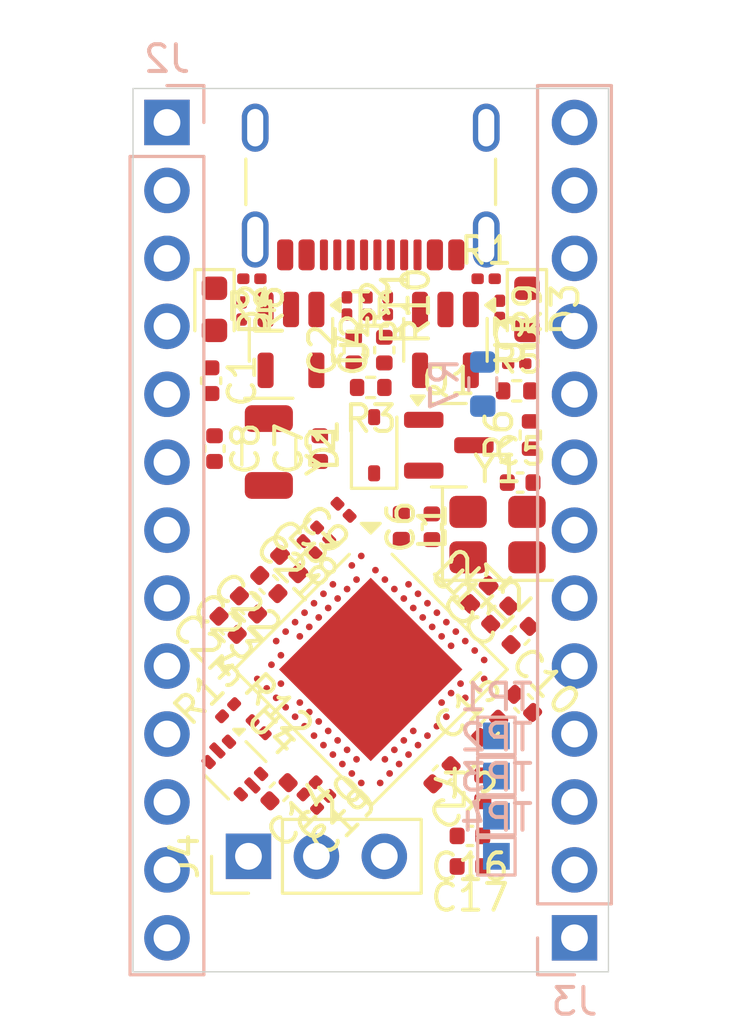
<source format=kicad_pcb>
(kicad_pcb (version 20241229) (generator "pcbnew") (generator_version "9.0")
  (title_block (title "nRF52840 ProMicro"))
  (layers (0 "F.Cu" signal) (2 "B.Cu" signal) (13 "F.Paste" user) (15 "B.Paste" user) (5 "F.SilkS" user "F.Silkscreen") (7 "B.SilkS" user "B.Silkscreen") (1 "F.Mask" user) (3 "B.Mask" user) (25 "Edge.Cuts" user))
  (net 0 "")
  (net 1 "Net-(J1-CC1)")
  (net 2 "VBUS")
  (net 3 "D_N")
  (net 4 "Net-(J1-CC2)")
  (net 6 "GND")
  (net 7 "D_P")
  (net 28 "VBAT")
  (net 29 "D+")
  (net 30 "D-")
  (net 31 "VDDH")
  (net 32 "EXTVCC")
  (net 33 "Net-(U1-XC1)")
  (net 34 "Net-(U1-XC2)")
  (net 35 "Net-(U1-XL1{slash}P0.00)")
  (net 36 "Net-(U1-XL2{slash}P0.01)")
  (net 37 "Net-(U1-DEC1)")
  (net 38 "Net-(U1-DEC3)")
  (net 39 "Net-(U1-DEC4)")
  (net 40 "Net-(U1-DEC5)")
  (net 41 "Net-(U1-DECUSB)")
  (net 42 "Net-(U1-ANT)")
  (net 43 "Net-(AE1-A)")
  (net 44 "VDD")
  (net 45 "Net-(D2-K)")
  (net 46 "Net-(D2-A)")
  (net 47 "Net-(D3-A)")
  (net 48 "P1.04")
  (net 49 "P0.20")
  (net 50 "RXD")
  (net 51 "TXD")
  (net 52 "P0.24")
  (net 53 "P0.17")
  (net 54 "P1.06")
  (net 55 "P1.00")
  (net 56 "P0.11")
  (net 57 "P0.22")
  (net 58 "P1.11")
  (net 59 "P1.13")
  (net 60 "P0.29")
  (net 61 "P0.10")
  (net 62 "P0.31")
  (net 63 "P0.02")
  (net 64 "RESET")
  (net 65 "P0.09")
  (net 66 "P1.15")
  (net 67 "P1.07")
  (net 68 "P1.01")
  (net 69 "P1.02")
  (net 70 "Net-(U1-DCC)")
  (net 71 "Net-(L1-Pad1)")
  (net 72 "Net-(U1-DCCH)")
  (net 73 "POWER_PIN")
  (net 74 "Net-(U3-PROG)")
  (net 75 "Net-(R6-Pad1)")
  (net 76 "BLED")
  (net 77 "Net-(U1-D-)")
  (net 78 "Net-(U1-D+)")
  (net 79 "SWDIO")
  (net 80 "SWCLK")
  (net 81 "P0.26")
  (net 82 "P0.12")
  (net 83 "P0.04")
  (net 84 "SWDCLK")
  (footprint "Resistor_SMD:R_0201_0603Metric" (layer "F.Cu") (at 159.131 88.138 -90)
    (property "Reference" "R2" (at 0 -1.05 90) (layer "F.SilkS"))
    (property "Value" "5k1")
    (pad "1" smd roundrect (at -0.32 0 270) (size 0.46 0.4) (layers "F.Cu" "F.Mask") (net 4 "Net-(J1-CC2)"))
    (pad "2" smd roundrect (at 0.32 0 270) (size 0.46 0.4) (layers "F.Cu" "F.Mask") (net 6 "GND"))
  )
  (footprint "Resistor_SMD:R_0201_0603Metric" (layer "F.Cu") (at 155.194 88.326 -90)
    (property "Reference" "R8" (at 0 -1.05 90) (layer "F.SilkS"))
    (property "Value" "1k")
    (pad "1" smd roundrect (at -0.32 0 270) (size 0.46 0.4) (layers "F.Cu" "F.Mask") (net 46 "Net-(D2-A)"))
    (pad "2" smd roundrect (at 0.32 0 270) (size 0.46 0.4) (layers "F.Cu" "F.Mask") (net 2 "VBUS"))
  )
  (footprint "Capacitor_SMD:C_0402_1005Metric" (layer "F.Cu") (at 163.731 109.093 180)
    (property "Reference" "C17" (at 0 -1.16 0) (layer "F.SilkS"))
    (property "Value" "NC")
    (pad "1" smd roundrect (at -0.48 0 180) (size 0.56 0.62) (layers "F.Cu" "F.Mask" "F.Paste") (net 43 "Net-(AE1-A)"))
    (pad "2" smd roundrect (at 0.48 0 180) (size 0.56 0.62) (layers "F.Cu" "F.Mask" "F.Paste") (net 6 "GND"))
  )
  (footprint "Crystal:Crystal_SMD_G8-2Pin_3.2x1.5mm" (layer "F.Cu") (at 156.21 93.599 -90)
    (property "Reference" "Y2" (at 0 -1.95 90) (layer "F.SilkS"))
    (property "Value" "32.768kHz")
    (pad "1" smd roundrect (at -1.25 0 270) (size 1 1.8) (layers "F.Cu" "F.Mask" "F.Paste") (net 36 "Net-(U1-XL2{slash}P0.01)"))
    (pad "2" smd roundrect (at 1.25 0 270) (size 1 1.8) (layers "F.Cu" "F.Mask" "F.Paste") (net 35 "Net-(U1-XL1{slash}P0.00)"))
  )
  (footprint "Resistor_SMD:R_0402_1005Metric" (layer "F.Cu") (at 165.481 91.313)
    (property "Reference" "R5" (at 0 -1.17 0) (layer "F.SilkS"))
    (property "Value" "10k")
    (pad "1" smd roundrect (at -0.51 0) (size 0.54 0.64) (layers "F.Cu" "F.Mask" "F.Paste") (net 74 "Net-(U3-PROG)"))
    (pad "2" smd roundrect (at 0.51 0) (size 0.54 0.64) (layers "F.Cu" "F.Mask" "F.Paste") (net 6 "GND"))
  )
  (footprint "Capacitor_SMD:C_0402_1005Metric" (layer "F.Cu") (at 164.846 99.695 45)
    (property "Reference" "C11" (at 0 -1.16 45) (layer "F.SilkS"))
    (property "Value" "47n")
    (pad "1" smd roundrect (at -0.48 0 45) (size 0.56 0.62) (layers "F.Cu" "F.Mask" "F.Paste") (net 39 "Net-(U1-DEC4)"))
    (pad "2" smd roundrect (at 0.48 0 45) (size 0.56 0.62) (layers "F.Cu" "F.Mask" "F.Paste") (net 6 "GND"))
  )
  (footprint "Capacitor_SMD:C_0402_1005Metric" (layer "F.Cu") (at 156.591 106.299 -135)
    (property "Reference" "C14" (at 0 -1.16 45) (layer "F.SilkS"))
    (property "Value" "4u7")
    (pad "1" smd roundrect (at -0.48 0 225) (size 0.56 0.62) (layers "F.Cu" "F.Mask" "F.Paste") (net 41 "Net-(U1-DECUSB)"))
    (pad "2" smd roundrect (at 0.48 0 225) (size 0.56 0.62) (layers "F.Cu" "F.Mask" "F.Paste") (net 6 "GND"))
  )
  (footprint "Capacitor_SMD:C_0201_0603Metric" (layer "F.Cu") (at 158.242 96.647 135)
    (property "Reference" "C18" (at 0 -1.05 135) (layer "F.SilkS"))
    (property "Value" "1u")
    (pad "1" smd roundrect (at -0.32 0 135) (size 0.46 0.4) (layers "F.Cu" "F.Mask") (net 44 "VDD"))
    (pad "2" smd roundrect (at 0.32 0 135) (size 0.46 0.4) (layers "F.Cu" "F.Mask") (net 6 "GND"))
  )
  (footprint "Package_DFN_QFN:Nordic_AQFN-73-1EP_7x7mm_P0.5mm" (layer "F.Cu") (at 160.02 101.727 -45)
    (property "Reference" "U1" (at 0 -4.500001 135) (layer "F.SilkS"))
    (property "Value" "nRF52840")
    (pad "A8" smd circle (at -1.25 -3.250001 135) (size 0.25 0.25) (property pad_prop_bga) (layers "F.Cu" "F.Mask" "F.Paste") (net 62 "P0.31"))
    (pad "A10" smd circle (at -0.75 -3.25 135) (size 0.25 0.25) (property pad_prop_bga) (layers "F.Cu" "F.Mask" "F.Paste") (net 60 "P0.29"))
    (pad "A12" smd circle (at -0.25 -3.25 135) (size 0.25 0.25) (property pad_prop_bga) (layers "F.Cu" "F.Mask" "F.Paste") (net 63 "P0.02"))
    (pad "A14" smd circle (at 0.25 -3.25 135) (size 0.25 0.25) (property pad_prop_bga) (layers "F.Cu" "F.Mask" "F.Paste") (net 66 "P1.15"))
    (pad "A16" smd circle (at 0.75 -3.25 135) (size 0.25 0.25) (property pad_prop_bga) (layers "F.Cu" "F.Mask" "F.Paste") (net 59 "P1.13"))
    (pad "A18" smd circle (at 1.25 -3.250001 135) (size 0.25 0.25) (property pad_prop_bga) (layers "F.Cu" "F.Mask" "F.Paste"))
    (pad "A20" smd circle (at 1.75 -3.25 135) (size 0.25 0.25) (property pad_prop_bga) (layers "F.Cu" "F.Mask" "F.Paste"))
    (pad "A22" smd circle (at 2.25 -3.25 135) (size 0.25 0.25) (property pad_prop_bga) (layers "F.Cu" "F.Mask" "F.Paste") (net 44 "VDD"))
    (pad "A23" smd circle (at 2.75 -3.25 135) (size 0.25 0.25) (property pad_prop_bga) (layers "F.Cu" "F.Mask" "F.Paste") (net 34 "Net-(U1-XC2)"))
    (pad "AA24" smd circle (at 3.25 2.25 135) (size 0.25 0.25) (property pad_prop_bga) (layers "F.Cu" "F.Mask" "F.Paste") (net 84 "SWDCLK"))
    (pad "AB2" smd circle (at -2.75 2.5 135) (size 0.25 0.25) (property pad_prop_bga) (layers "F.Cu" "F.Mask" "F.Paste") (net 72 "Net-(U1-DCCH)"))
    (pad "AC5" smd circle (at -2 2.75 135) (size 0.25 0.25) (property pad_prop_bga) (layers "F.Cu" "F.Mask" "F.Paste") (net 41 "Net-(U1-DECUSB)"))
    (pad "AC9" smd circle (at -1 2.75 135) (size 0.25 0.25) (property pad_prop_bga) (layers "F.Cu" "F.Mask" "F.Paste") (net 64 "RESET"))
    (pad "AC11" smd circle (at -0.5 2.75 135) (size 0.25 0.25) (property pad_prop_bga) (layers "F.Cu" "F.Mask" "F.Paste") (net 64 "RESET"))
    (pad "AC13" smd circle (at 0 2.75 135) (size 0.25 0.25) (property pad_prop_bga) (layers "F.Cu" "F.Mask" "F.Paste") (net 64 "RESET"))
    (pad "AC15" smd circle (at 0.5 2.75 135) (size 0.25 0.25) (property pad_prop_bga) (layers "F.Cu" "F.Mask" "F.Paste"))
    (pad "AC17" smd circle (at 1 2.75 135) (size 0.25 0.25) (property pad_prop_bga) (layers "F.Cu" "F.Mask" "F.Paste"))
    (pad "AC19" smd circle (at 1.5 2.75 135) (size 0.25 0.25) (property pad_prop_bga) (layers "F.Cu" "F.Mask" "F.Paste"))
    (pad "AC21" smd circle (at 2 2.75 135) (size 0.25 0.25) (property pad_prop_bga) (layers "F.Cu" "F.Mask" "F.Paste"))
    (pad "AC24" smd circle (at 3.25 2.75 135) (size 0.25 0.25) (property pad_prop_bga) (layers "F.Cu" "F.Mask" "F.Paste") (net 79 "SWDIO"))
    (pad "AD2" smd circle (at -2.75 3.25 135) (size 0.25 0.25) (property pad_prop_bga) (layers "F.Cu" "F.Mask" "F.Paste") (net 2 "VBUS"))
    (pad "AD4" smd circle (at -2.25 3.25 135) (size 0.25 0.25) (property pad_prop_bga) (layers "F.Cu" "F.Mask" "F.Paste") (net 77 "Net-(U1-D-)"))
    (pad "AD6" smd circle (at -1.75 3.25 135) (size 0.25 0.25) (property pad_prop_bga) (layers "F.Cu" "F.Mask" "F.Paste") (net 78 "Net-(U1-D+)"))
    (pad "AD8" smd circle (at -1.25 3.250001 135) (size 0.25 0.25) (property pad_prop_bga) (layers "F.Cu" "F.Mask" "F.Paste") (net 73 "POWER_PIN"))
    (pad "AD10" smd circle (at -0.75 3.25 135) (size 0.25 0.25) (property pad_prop_bga) (layers "F.Cu" "F.Mask" "F.Paste") (net 76 "BLED"))
    (pad "AD12" smd circle (at -0.25 3.25 135) (size 0.25 0.25) (property pad_prop_bga) (layers "F.Cu" "F.Mask" "F.Paste") (net 53 "P0.17"))
    (pad "AD14" smd circle (at 0.25 3.25 135) (size 0.25 0.25) (property pad_prop_bga) (layers "F.Cu" "F.Mask" "F.Paste") (net 44 "VDD"))
    (pad "AD16" smd circle (at 0.75 3.25 135) (size 0.25 0.25) (property pad_prop_bga) (layers "F.Cu" "F.Mask" "F.Paste") (net 49 "P0.20"))
    (pad "AD18" smd circle (at 1.25 3.250001 135) (size 0.25 0.25) (property pad_prop_bga) (layers "F.Cu" "F.Mask" "F.Paste") (net 57 "P0.22"))
    (pad "AD20" smd circle (at 1.75 3.25 135) (size 0.25 0.25) (property pad_prop_bga) (layers "F.Cu" "F.Mask" "F.Paste") (net 52 "P0.24"))
    (pad "AD22" smd circle (at 2.25 3.25 135) (size 0.25 0.25) (property pad_prop_bga) (layers "F.Cu" "F.Mask" "F.Paste") (net 55 "P1.00"))
    (pad "AD23" smd circle (at 2.75 3.25 135) (size 0.25 0.25) (property pad_prop_bga) (layers "F.Cu" "F.Mask" "F.Paste") (net 44 "VDD"))
    (pad "B1" smd circle (at -3.25 -2.75 135) (size 0.25 0.25) (property pad_prop_bga) (layers "F.Cu" "F.Mask" "F.Paste") (net 44 "VDD"))
    (pad "B3" smd circle (at -2.5 -2.75 135) (size 0.25 0.25) (property pad_prop_bga) (layers "F.Cu" "F.Mask" "F.Paste") (net 70 "Net-(U1-DCC)"))
    (pad "B5" smd circle (at -2 -2.75 135) (size 0.25 0.25) (property pad_prop_bga) (layers "F.Cu" "F.Mask" "F.Paste") (net 39 "Net-(U1-DEC4)"))
    (pad "B7" smd circle (at -1.5 -2.75 135) (size 0.25 0.25) (property pad_prop_bga) (layers "F.Cu" "F.Mask" "F.Paste") (net 6 "GND"))
    (pad "B9" smd circle (at -1 -2.75 135) (size 0.25 0.25) (property pad_prop_bga) (layers "F.Cu" "F.Mask" "F.Paste"))
    (pad "B11" smd circle (at -0.5 -2.75 135) (size 0.25 0.25) (property pad_prop_bga) (layers "F.Cu" "F.Mask" "F.Paste"))
    (pad "B13" smd circle (at 0 -2.75 135) (size 0.25 0.25) (property pad_prop_bga) (layers "F.Cu" "F.Mask" "F.Paste"))
    (pad "B15" smd circle (at 0.5 -2.75 135) (size 0.25 0.25) (property pad_prop_bga) (layers "F.Cu" "F.Mask" "F.Paste"))
    (pad "B17" smd circle (at 1 -2.75 135) (size 0.25 0.25) (property pad_prop_bga) (layers "F.Cu" "F.Mask" "F.Paste"))
    (pad "B19" smd circle (at 1.5 -2.75 135) (size 0.25 0.25) (property pad_prop_bga) (layers "F.Cu" "F.Mask" "F.Paste") (net 58 "P1.11"))
    (pad "B24" smd circle (at 3.25 -2.75 135) (size 0.25 0.25) (property pad_prop_bga) (layers "F.Cu" "F.Mask" "F.Paste") (net 33 "Net-(U1-XC1)"))
    (pad "C1" smd circle (at -3.25 -2.25 135) (size 0.25 0.25) (property pad_prop_bga) (layers "F.Cu" "F.Mask" "F.Paste") (net 37 "Net-(U1-DEC1)"))
    (pad "D2" smd circle (at -2.75 -2 135) (size 0.25 0.25) (property pad_prop_bga) (layers "F.Cu" "F.Mask" "F.Paste") (net 35 "Net-(U1-XL1{slash}P0.00)"))
    (pad "D23" smd circle (at 2.75 -2 135) (size 0.25 0.25) (property pad_prop_bga) (layers "F.Cu" "F.Mask" "F.Paste") (net 38 "Net-(U1-DEC3)"))
    (pad "E24" smd circle (at 3.25 -1.75 135) (size 0.25 0.25) (property pad_prop_bga) (layers "F.Cu" "F.Mask" "F.Paste") (net 39 "Net-(U1-DEC4)"))
    (pad "EP" smd rect (at 0 0 135) (size 4.85 4.85) (layers "F.Cu" "F.Mask") (net 6 "GND"))
    (pad "F2" smd circle (at -2.75 -1.5 135) (size 0.25 0.25) (property pad_prop_bga) (layers "F.Cu" "F.Mask" "F.Paste") (net 36 "Net-(U1-XL2{slash}P0.01)"))
    (pad "F23" smd circle (at 2.75 -1.5 135) (size 0.25 0.25) (property pad_prop_bga) (layers "F.Cu" "F.Mask" "F.Paste") (net 6 "GND"))
    (pad "G1" smd circle (at -3.250001 -1.25 135) (size 0.25 0.25) (property pad_prop_bga) (layers "F.Cu" "F.Mask" "F.Paste") (net 81 "P0.26"))
    (pad "H2" smd circle (at -2.75 -1 135) (size 0.25 0.25) (property pad_prop_bga) (layers "F.Cu" "F.Mask" "F.Paste"))
    (pad "H23" smd circle (at 2.75 -1 135) (size 0.25 0.25) (property pad_prop_bga) (layers "F.Cu" "F.Mask" "F.Paste") (net 42 "Net-(U1-ANT)"))
    (pad "J1" smd circle (at -3.25 -0.75 135) (size 0.25 0.25) (property pad_prop_bga) (layers "F.Cu" "F.Mask" "F.Paste") (net 83 "P0.04"))
    (pad "J24" smd circle (at 3.25 -0.75 135) (size 0.25 0.25) (property pad_prop_bga) (layers "F.Cu" "F.Mask" "F.Paste") (net 61 "P0.10"))
    (pad "K2" smd circle (at -2.75 -0.5 135) (size 0.25 0.25) (property pad_prop_bga) (layers "F.Cu" "F.Mask" "F.Paste"))
    (pad "L1" smd circle (at -3.25 -0.25 135) (size 0.25 0.25) (property pad_prop_bga) (layers "F.Cu" "F.Mask" "F.Paste") (net 51 "TXD"))
    (pad "L24" smd circle (at 3.25 -0.25 135) (size 0.25 0.25) (property pad_prop_bga) (layers "F.Cu" "F.Mask" "F.Paste") (net 65 "P0.09"))
    (pad "M2" smd circle (at -2.75 0 135) (size 0.25 0.25) (property pad_prop_bga) (layers "F.Cu" "F.Mask" "F.Paste"))
    (pad "N1" smd circle (at -3.25 0.25 135) (size 0.25 0.25) (property pad_prop_bga) (layers "F.Cu" "F.Mask" "F.Paste") (net 50 "RXD"))
    (pad "N24" smd circle (at 3.25 0.25 135) (size 0.25 0.25) (property pad_prop_bga) (layers "F.Cu" "F.Mask" "F.Paste") (net 40 "Net-(U1-DEC5)"))
    (pad "P2" smd circle (at -2.75 0.5 135) (size 0.25 0.25) (property pad_prop_bga) (layers "F.Cu" "F.Mask" "F.Paste"))
    (pad "P23" smd circle (at 2.75 0.5 135) (size 0.25 0.25) (property pad_prop_bga) (layers "F.Cu" "F.Mask" "F.Paste") (net 67 "P1.07"))
    (pad "R1" smd circle (at -3.25 0.75 135) (size 0.25 0.25) (property pad_prop_bga) (layers "F.Cu" "F.Mask" "F.Paste"))
    (pad "R24" smd circle (at 3.25 0.75 135) (size 0.25 0.25) (property pad_prop_bga) (layers "F.Cu" "F.Mask" "F.Paste") (net 54 "P1.06"))
    (pad "T2" smd circle (at -2.75 1 135) (size 0.25 0.25) (property pad_prop_bga) (layers "F.Cu" "F.Mask" "F.Paste") (net 56 "P0.11"))
    (pad "T23" smd circle (at 2.75 1 135) (size 0.25 0.25) (property pad_prop_bga) (layers "F.Cu" "F.Mask" "F.Paste"))
    (pad "U1" smd circle (at -3.250001 1.25 135) (size 0.25 0.25) (property pad_prop_bga) (layers "F.Cu" "F.Mask" "F.Paste") (net 82 "P0.12"))
    (pad "U24" smd circle (at 3.250001 1.25 135) (size 0.25 0.25) (property pad_prop_bga) (layers "F.Cu" "F.Mask" "F.Paste") (net 48 "P1.04"))
    (pad "V23" smd circle (at 2.75 1.5 135) (size 0.25 0.25) (property pad_prop_bga) (layers "F.Cu" "F.Mask" "F.Paste"))
    (pad "W1" smd circle (at -3.25 1.75 135) (size 0.25 0.25) (property pad_prop_bga) (layers "F.Cu" "F.Mask" "F.Paste") (net 44 "VDD"))
    (pad "W24" smd circle (at 3.25 1.75 135) (size 0.25 0.25) (property pad_prop_bga) (layers "F.Cu" "F.Mask" "F.Paste") (net 69 "P1.02"))
    (pad "Y2" smd circle (at -2.75 2 135) (size 0.25 0.25) (property pad_prop_bga) (layers "F.Cu" "F.Mask" "F.Paste") (net 31 "VDDH"))
    (pad "Y23" smd circle (at 2.75 2 135) (size 0.25 0.25) (property pad_prop_bga) (layers "F.Cu" "F.Mask" "F.Paste") (net 68 "P1.01"))
  )
  (footprint "Resistor_SMD:R_0201_0603Metric" (layer "F.Cu") (at 155.575 87.122 180)
    (property "Reference" "R4" (at 0 -1.05 0) (layer "F.SilkS"))
    (property "Value" "10M")
    (pad "1" smd roundrect (at -0.32 0 180) (size 0.46 0.4) (layers "F.Cu" "F.Mask") (net 31 "VDDH"))
    (pad "2" smd roundrect (at 0.32 0 180) (size 0.46 0.4) (layers "F.Cu" "F.Mask") (net 73 "POWER_PIN"))
  )
  (footprint "Inductor_SMD:L_0402_1005Metric" (layer "F.Cu") (at 156.972 97.79 -45)
    (property "Reference" "L3" (at 0 -1.17 135) (layer "F.SilkS"))
    (property "Value" "3u3")
    (pad "1" smd roundrect (at -0.485 0 315) (size 0.59 0.64) (layers "F.Cu" "F.Mask" "F.Paste") (net 72 "Net-(U1-DCCH)"))
    (pad "2" smd roundrect (at 0.485 0 315) (size 0.59 0.64) (layers "F.Cu" "F.Mask" "F.Paste") (net 44 "VDD"))
  )
  (footprint "Inductor_SMD:L_0402_1005Metric" (layer "F.Cu") (at 164.211 106.172 90)
    (property "Reference" "L4" (at 0 -1.17 90) (layer "F.SilkS"))
    (property "Value" "4n7")
    (pad "1" smd roundrect (at -0.485 0 90) (size 0.59 0.64) (layers "F.Cu" "F.Mask" "F.Paste") (net 43 "Net-(AE1-A)"))
    (pad "2" smd roundrect (at 0.485 0 90) (size 0.59 0.64) (layers "F.Cu" "F.Mask" "F.Paste") (net 42 "Net-(U1-ANT)"))
  )
  (footprint "Capacitor_SMD:C_0402_1005Metric" (layer "F.Cu") (at 162.306 96.393 90)
    (property "Reference" "C6" (at 0 -1.16 90) (layer "F.SilkS"))
    (property "Value" "15p")
    (pad "1" smd roundrect (at -0.48 0 90) (size 0.56 0.62) (layers "F.Cu" "F.Mask" "F.Paste") (net 34 "Net-(U1-XC2)"))
    (pad "2" smd roundrect (at 0.48 0 90) (size 0.56 0.62) (layers "F.Cu" "F.Mask" "F.Paste") (net 6 "GND"))
  )
  (footprint "Capacitor_SMD:C_0201_0603Metric" (layer "F.Cu") (at 165.481 90.297)
    (property "Reference" "C3" (at 0 -1.05 0) (layer "F.SilkS"))
    (property "Value" "100n")
    (pad "1" smd roundrect (at -0.32 0) (size 0.46 0.4) (layers "F.Cu" "F.Mask") (net 28 "VBAT"))
    (pad "2" smd roundrect (at 0.32 0) (size 0.46 0.4) (layers "F.Cu" "F.Mask") (net 6 "GND"))
  )
  (footprint "Inductor_SMD:L_0402_1005Metric" (layer "F.Cu") (at 164.084 98.933 45)
    (property "Reference" "L2" (at 0 -1.17 45) (layer "F.SilkS"))
    (property "Value" "15n")
    (pad "1" smd roundrect (at -0.485 0 45) (size 0.59 0.64) (layers "F.Cu" "F.Mask" "F.Paste") (net 39 "Net-(U1-DEC4)"))
    (pad "2" smd roundrect (at 0.485 0 45) (size 0.59 0.64) (layers "F.Cu" "F.Mask" "F.Paste") (net 71 "Net-(L1-Pad1)"))
  )
  (footprint "Resistor_SMD:R_0201_0603Metric" (layer "F.Cu") (at 164.338 87.122)
    (property "Reference" "R1" (at 0 -1.05 0) (layer "F.SilkS"))
    (property "Value" "5k1")
    (pad "1" smd roundrect (at -0.32 0) (size 0.46 0.4) (layers "F.Cu" "F.Mask") (net 1 "Net-(J1-CC1)"))
    (pad "2" smd roundrect (at 0.32 0) (size 0.46 0.4) (layers "F.Cu" "F.Mask") (net 6 "GND"))
  )
  (footprint "Resistor_SMD:R_0201_0603Metric" (layer "F.Cu") (at 154.686 103.251 45)
    (property "Reference" "R13" (at 0 -1.05 45) (layer "F.SilkS"))
    (property "Value" "27R")
    (pad "1" smd roundrect (at -0.32 0 45) (size 0.46 0.4) (layers "F.Cu" "F.Mask") (net 30 "D-"))
    (pad "2" smd roundrect (at 0.32 0 45) (size 0.46 0.4) (layers "F.Cu" "F.Mask") (net 78 "Net-(U1-D+)"))
  )
  (footprint "LED_SMD:LED_0603_1608Metric" (layer "F.Cu") (at 154.178 88.265 -90)
    (property "Reference" "D2" (at 0 -1.43 90) (layer "F.SilkS"))
    (property "Value" "LED")
    (pad "1" smd roundrect (at -0.7875 0 270) (size 0.875 0.95) (layers "F.Cu" "F.Mask" "F.Paste") (net 45 "Net-(D2-K)"))
    (pad "2" smd roundrect (at 0.7875 0 270) (size 0.875 0.95) (layers "F.Cu" "F.Mask" "F.Paste") (net 46 "Net-(D2-A)"))
  )
  (footprint "Resistor_SMD:R_0201_0603Metric" (layer "F.Cu") (at 159.893 88.138 -90)
    (property "Reference" "R11" (at 0 -1.05 90) (layer "F.SilkS"))
    (property "Value" "R")
    (pad "1" smd roundrect (at -0.32 0 270) (size 0.46 0.4) (layers "F.Cu" "F.Mask") (net 52 "P0.24"))
    (pad "2" smd roundrect (at 0.32 0 270) (size 0.46 0.4) (layers "F.Cu" "F.Mask") (net 6 "GND"))
  )
  (footprint "Connector_USB:USB_C_Receptacle_GCT_USB4105-xx-A_16P_TopMnt_Horizontal" (layer "F.Cu") (at 160.02 82.55 180)
    (property "Reference" "J1" (at 0 -5.5 180) (layer "F.SilkS"))
    (property "Value" "918-418K2024S40000")
    (pad "" np_thru_hole circle (at -2.89 -2.605 180) (size 0.65 0.65) (drill 0.65) (layers "*.Cu" "*.Mask"))
    (pad "" np_thru_hole circle (at 2.89 -2.605 180) (size 0.65 0.65) (drill 0.65) (layers "*.Cu" "*.Mask"))
    (pad "A1" smd roundrect (at -3.2 -3.68 180) (size 0.6 1.15) (layers "F.Cu" "F.Mask" "F.Paste") (net 6 "GND"))
    (pad "A4" smd roundrect (at -2.4 -3.68 180) (size 0.6 1.15) (layers "F.Cu" "F.Mask" "F.Paste") (net 2 "VBUS"))
    (pad "A5" smd roundrect (at -1.25 -3.68 180) (size 0.3 1.15) (layers "F.Cu" "F.Mask" "F.Paste") (net 1 "Net-(J1-CC1)"))
    (pad "A6" smd roundrect (at -0.25 -3.68 180) (size 0.3 1.15) (layers "F.Cu" "F.Mask" "F.Paste") (net 7 "D_P"))
    (pad "A7" smd roundrect (at 0.25 -3.68 180) (size 0.3 1.15) (layers "F.Cu" "F.Mask" "F.Paste") (net 3 "D_N"))
    (pad "A8" smd roundrect (at 1.25 -3.68 180) (size 0.3 1.15) (layers "F.Cu" "F.Mask" "F.Paste"))
    (pad "A9" smd roundrect (at 2.4 -3.68 180) (size 0.6 1.15) (layers "F.Cu" "F.Mask" "F.Paste") (net 2 "VBUS"))
    (pad "A12" smd roundrect (at 3.2 -3.68 180) (size 0.6 1.15) (layers "F.Cu" "F.Mask" "F.Paste") (net 6 "GND"))
    (pad "B1" smd roundrect (at 3.2 -3.68 180) (size 0.6 1.15) (layers "F.Cu" "F.Mask" "F.Paste") (net 6 "GND"))
    (pad "B4" smd roundrect (at 2.4 -3.68 180) (size 0.6 1.15) (layers "F.Cu" "F.Mask" "F.Paste") (net 2 "VBUS"))
    (pad "B5" smd roundrect (at 1.75 -3.68 180) (size 0.3 1.15) (layers "F.Cu" "F.Mask" "F.Paste") (net 4 "Net-(J1-CC2)"))
    (pad "B6" smd roundrect (at 0.75 -3.68 180) (size 0.3 1.15) (layers "F.Cu" "F.Mask" "F.Paste") (net 7 "D_P"))
    (pad "B7" smd roundrect (at -0.75 -3.68 180) (size 0.3 1.15) (layers "F.Cu" "F.Mask" "F.Paste") (net 3 "D_N"))
    (pad "B8" smd roundrect (at -1.75 -3.68 180) (size 0.3 1.15) (layers "F.Cu" "F.Mask" "F.Paste"))
    (pad "B9" smd roundrect (at -2.4 -3.68 180) (size 0.6 1.15) (layers "F.Cu" "F.Mask" "F.Paste") (net 2 "VBUS"))
    (pad "B12" smd roundrect (at -3.2 -3.68 180) (size 0.6 1.15) (layers "F.Cu" "F.Mask" "F.Paste") (net 6 "GND"))
    (pad "S1" thru_hole oval (at -4.32 -3.105 180) (size 1 2.1) (drill oval 0.6 1.7) (property pad_prop_heatsink) (layers "*.Cu" "*.Mask" "F.Paste") (net 6 "GND"))
    (pad "S1" thru_hole oval (at -4.32 1.075 180) (size 1 1.8) (drill oval 0.6 1.4) (property pad_prop_heatsink) (layers "*.Cu" "*.Mask" "F.Paste") (net 6 "GND"))
    (pad "S1" thru_hole oval (at 4.32 -3.105 180) (size 1 2.1) (drill oval 0.6 1.7) (property pad_prop_heatsink) (layers "*.Cu" "*.Mask" "F.Paste") (net 6 "GND"))
    (pad "S1" thru_hole oval (at 4.32 1.075 180) (size 1 1.8) (drill oval 0.6 1.4) (property pad_prop_heatsink) (layers "*.Cu" "*.Mask" "F.Paste") (net 6 "GND"))
  )
  (footprint "Capacitor_SMD:C_0201_0603Metric" (layer "F.Cu") (at 157.734 106.172 -135)
    (property "Reference" "C20" (at 0 -1.05 45) (layer "F.SilkS"))
    (property "Value" "100n")
    (pad "1" smd roundrect (at -0.32 0 225) (size 0.46 0.4) (layers "F.Cu" "F.Mask") (net 44 "VDD"))
    (pad "2" smd roundrect (at 0.32 0 225) (size 0.46 0.4) (layers "F.Cu" "F.Mask") (net 6 "GND"))
  )
  (footprint "Diode_SMD:D_SOD-323" (layer "F.Cu") (at 160.147 93.345 90)
    (property "Reference" "D1" (at 0 -1.85 90) (layer "F.SilkS"))
    (property "Value" "BAT60B")
    (pad "1" smd roundrect (at -1.05 0 90) (size 0.6 0.45) (layers "F.Cu" "F.Mask" "F.Paste") (net 31 "VDDH"))
    (pad "2" smd roundrect (at 1.05 0 90) (size 0.6 0.45) (layers "F.Cu" "F.Mask" "F.Paste") (net 2 "VBUS"))
  )
  (footprint "Capacitor_SMD:C_0402_1005Metric" (layer "F.Cu") (at 165.608 94.742)
    (property "Reference" "C5" (at 0 -1.16 0) (layer "F.SilkS"))
    (property "Value" "15p")
    (pad "1" smd roundrect (at -0.48 0) (size 0.56 0.62) (layers "F.Cu" "F.Mask" "F.Paste") (net 6 "GND"))
    (pad "2" smd roundrect (at 0.48 0) (size 0.56 0.62) (layers "F.Cu" "F.Mask" "F.Paste") (net 33 "Net-(U1-XC1)"))
  )
  (footprint "Capacitor_SMD:C_0402_1005Metric" (layer "F.Cu") (at 156.21 98.552 135)
    (property "Reference" "C22" (at 0 -1.16 135) (layer "F.SilkS"))
    (property "Value" "4u7")
    (pad "1" smd roundrect (at -0.48 0 135) (size 0.56 0.62) (layers "F.Cu" "F.Mask" "F.Paste") (net 44 "VDD"))
    (pad "2" smd roundrect (at 0.48 0 135) (size 0.56 0.62) (layers "F.Cu" "F.Mask" "F.Paste") (net 6 "GND"))
  )
  (footprint "Capacitor_SMD:C_0402_1005Metric" (layer "F.Cu") (at 159.385 89.789 90)
    (property "Reference" "C2" (at 0 -1.16 90) (layer "F.SilkS"))
    (property "Value" "10u")
    (pad "1" smd roundrect (at -0.48 0 90) (size 0.56 0.62) (layers "F.Cu" "F.Mask" "F.Paste") (net 32 "EXTVCC"))
    (pad "2" smd roundrect (at 0.48 0 90) (size 0.56 0.62) (layers "F.Cu" "F.Mask" "F.Paste") (net 6 "GND"))
  )
  (footprint "Crystal:Crystal_SMD_3225-4Pin_3.2x2.5mm" (layer "F.Cu") (at 164.762 96.686)
    (property "Reference" "Y1" (at 0 -2.45 0) (layer "F.SilkS"))
    (property "Value" "32 MHz")
    (pad "1" smd roundrect (at -1.1 0.85) (size 1.4 1.2) (layers "F.Cu" "F.Mask" "F.Paste") (roundrect_rratio 0.208333) (net 34 "Net-(U1-XC2)"))
    (pad "2" smd roundrect (at 1.1 0.85) (size 1.4 1.2) (layers "F.Cu" "F.Mask" "F.Paste") (roundrect_rratio 0.208333) (net 6 "GND"))
    (pad "3" smd roundrect (at 1.1 -0.85) (size 1.4 1.2) (layers "F.Cu" "F.Mask" "F.Paste") (roundrect_rratio 0.208333) (net 33 "Net-(U1-XC1)"))
    (pad "4" smd roundrect (at -1.1 -0.85) (size 1.4 1.2) (layers "F.Cu" "F.Mask" "F.Paste") (roundrect_rratio 0.208333) (net 6 "GND"))
  )
  (footprint "Capacitor_SMD:C_0402_1005Metric" (layer "F.Cu") (at 164.465 103.927589 45)
    (property "Reference" "C15" (at 0 -1.16 45) (layer "F.SilkS"))
    (property "Value" "0p8")
    (pad "1" smd roundrect (at -0.48 0 45) (size 0.56 0.62) (layers "F.Cu" "F.Mask" "F.Paste") (net 42 "Net-(U1-ANT)"))
    (pad "2" smd roundrect (at 0.48 0 45) (size 0.56 0.62) (layers "F.Cu" "F.Mask" "F.Paste") (net 6 "GND"))
  )
  (footprint "Capacitor_SMD:C_0402_1005Metric" (layer "F.Cu") (at 162.687 105.664 -135)
    (property "Reference" "C13" (at 0 -1.16 45) (layer "F.SilkS"))
    (property "Value" "820p")
    (pad "1" smd roundrect (at -0.48 0 225) (size 0.56 0.62) (layers "F.Cu" "F.Mask" "F.Paste") (net 40 "Net-(U1-DEC5)"))
    (pad "2" smd roundrect (at 0.48 0 225) (size 0.56 0.62) (layers "F.Cu" "F.Mask" "F.Paste") (net 6 "GND"))
  )
  (footprint "Package_TO_SOT_SMD:SOT-23-5" (layer "F.Cu") (at 157.038 89.408 -90)
    (property "Reference" "U2" (at 0 -2.4 90) (layer "F.SilkS"))
    (property "Value" "ME6217")
    (pad "1" smd roundrect (at -1.1375 -0.95 270) (size 1.325 0.6) (layers "F.Cu" "F.Mask" "F.Paste") (net 31 "VDDH"))
    (pad "2" smd roundrect (at -1.1375 0 270) (size 1.325 0.6) (layers "F.Cu" "F.Mask" "F.Paste") (net 6 "GND"))
    (pad "3" smd roundrect (at -1.1375 0.95 270) (size 1.325 0.6) (layers "F.Cu" "F.Mask" "F.Paste") (net 73 "POWER_PIN"))
    (pad "4" smd roundrect (at 1.1375 0.95 270) (size 1.325 0.6) (layers "F.Cu" "F.Mask" "F.Paste"))
    (pad "5" smd roundrect (at 1.1375 -0.95 270) (size 1.325 0.6) (layers "F.Cu" "F.Mask" "F.Paste") (net 32 "EXTVCC"))
  )
  (footprint "Capacitor_SMD:C_0402_1005Metric" (layer "F.Cu") (at 165.608 100.457 45)
    (property "Reference" "C12" (at 0 -1.16 45) (layer "F.SilkS"))
    (property "Value" "1u")
    (pad "1" smd roundrect (at -0.48 0 45) (size 0.56 0.62) (layers "F.Cu" "F.Mask" "F.Paste") (net 39 "Net-(U1-DEC4)"))
    (pad "2" smd roundrect (at 0.48 0 45) (size 0.56 0.62) (layers "F.Cu" "F.Mask" "F.Paste") (net 6 "GND"))
  )
  (footprint "Resistor_SMD:R_0201_0603Metric" (layer "F.Cu") (at 155.829 103.886 -45)
    (property "Reference" "R12" (at 0 -1.05 135) (layer "F.SilkS"))
    (property "Value" "27R")
    (pad "1" smd roundrect (at -0.32 0 315) (size 0.46 0.4) (layers "F.Cu" "F.Mask") (net 77 "Net-(U1-D-)"))
    (pad "2" smd roundrect (at 0.32 0 315) (size 0.46 0.4) (layers "F.Cu" "F.Mask") (net 29 "D+"))
  )
  (footprint "Connector_PinHeader_2.54mm:PinHeader_1x03_P2.54mm_Vertical" (layer "F.Cu") (at 155.448 108.712 90)
    (property "Reference" "J4" (at 0 -2.38 90) (layer "F.SilkS"))
    (property "Value" "Conn_01x03_Pin")
    (pad "1" thru_hole rect (at 0 0 90) (size 1.7 1.7) (drill 1) (layers "*.Cu" "*.Mask") (net 68 "P1.01"))
    (pad "2" thru_hole circle (at 0 2.54 90) (size 1.7 1.7) (drill 1) (layers "*.Cu" "*.Mask") (net 69 "P1.02"))
    (pad "3" thru_hole circle (at 0 5.08 90) (size 1.7 1.7) (drill 1) (layers "*.Cu" "*.Mask") (net 67 "P1.07"))
  )
  (footprint "Resistor_SMD:R_0201_0603Metric" (layer "F.Cu") (at 160.655 88.138 -90)
    (property "Reference" "R10" (at 0 -1.05 90) (layer "F.SilkS"))
    (property "Value" "R")
    (pad "1" smd roundrect (at -0.32 0 270) (size 0.46 0.4) (layers "F.Cu" "F.Mask") (net 28 "VBAT"))
    (pad "2" smd roundrect (at 0.32 0 270) (size 0.46 0.4) (layers "F.Cu" "F.Mask") (net 52 "P0.24"))
  )
  (footprint "Resistor_SMD:R_0201_0603Metric" (layer "F.Cu") (at 164.846 88.265 -90)
    (property "Reference" "R9" (at 0 -1.05 90) (layer "F.SilkS"))
    (property "Value" "R")
    (pad "1" smd roundrect (at -0.32 0 270) (size 0.46 0.4) (layers "F.Cu" "F.Mask") (net 76 "BLED"))
    (pad "2" smd roundrect (at 0.32 0 270) (size 0.46 0.4) (layers "F.Cu" "F.Mask") (net 47 "Net-(D3-A)"))
  )
  (footprint "Capacitor_SMD:C_0201_0603Metric" (layer "F.Cu") (at 159.004 95.758 135)
    (property "Reference" "C9" (at 0 -1.05 135) (layer "F.SilkS"))
    (property "Value" "100n")
    (pad "1" smd roundrect (at -0.32 0 135) (size 0.46 0.4) (layers "F.Cu" "F.Mask") (net 37 "Net-(U1-DEC1)"))
    (pad "2" smd roundrect (at 0.32 0 135) (size 0.46 0.4) (layers "F.Cu" "F.Mask") (net 6 "GND"))
  )
  (footprint "Resistor_SMD:R_0402_1005Metric" (layer "F.Cu") (at 165.989 92.964 90)
    (property "Reference" "R6" (at 0 -1.17 90) (layer "F.SilkS"))
    (property "Value" "2k")
    (pad "1" smd roundrect (at -0.51 0 90) (size 0.54 0.64) (layers "F.Cu" "F.Mask" "F.Paste") (net 75 "Net-(R6-Pad1)"))
    (pad "2" smd roundrect (at 0.51 0 90) (size 0.54 0.64) (layers "F.Cu" "F.Mask" "F.Paste") (net 6 "GND"))
  )
  (footprint "Package_TO_SOT_SMD:TSOT-23-5" (layer "F.Cu") (at 162.814 89.408 -90)
    (property "Reference" "U3" (at 0 -2.4 90) (layer "F.SilkS"))
    (property "Value" "TP4054")
    (pad "1" smd roundrect (at -1.1375 -0.95 270) (size 1.325 0.6) (layers "F.Cu" "F.Mask" "F.Paste") (net 45 "Net-(D2-K)"))
    (pad "2" smd roundrect (at -1.1375 0 270) (size 1.325 0.6) (layers "F.Cu" "F.Mask" "F.Paste") (net 6 "GND"))
    (pad "3" smd roundrect (at -1.1375 0.95 270) (size 1.325 0.6) (layers "F.Cu" "F.Mask" "F.Paste") (net 28 "VBAT"))
    (pad "4" smd roundrect (at 1.1375 0.95 270) (size 1.325 0.6) (layers "F.Cu" "F.Mask" "F.Paste") (net 2 "VBUS"))
    (pad "5" smd roundrect (at 1.1375 -0.95 270) (size 1.325 0.6) (layers "F.Cu" "F.Mask" "F.Paste") (net 74 "Net-(U3-PROG)"))
  )
  (footprint "Capacitor_SMD:C_0201_0603Metric" (layer "F.Cu") (at 157.734 97.155 135)
    (property "Reference" "C21" (at 0 -1.05 135) (layer "F.SilkS"))
    (property "Value" "100n")
    (pad "1" smd roundrect (at -0.32 0 135) (size 0.46 0.4) (layers "F.Cu" "F.Mask") (net 44 "VDD"))
    (pad "2" smd roundrect (at 0.32 0 135) (size 0.46 0.4) (layers "F.Cu" "F.Mask") (net 6 "GND"))
  )
  (footprint "Inductor_SMD:L_0402_1005Metric" (layer "F.Cu") (at 161.163 96.393 -90)
    (property "Reference" "L1" (at 0 -1.17 90) (layer "F.SilkS"))
    (property "Value" "10u")
    (pad "1" smd roundrect (at -0.485 0 270) (size 0.59 0.64) (layers "F.Cu" "F.Mask" "F.Paste") (net 71 "Net-(L1-Pad1)"))
    (pad "2" smd roundrect (at 0.485 0 270) (size 0.59 0.64) (layers "F.Cu" "F.Mask" "F.Paste") (net 70 "Net-(U1-DCC)"))
  )
  (footprint "Resistor_SMD:R_0402_1005Metric" (layer "F.Cu") (at 160.02 91.186 180)
    (property "Reference" "R3" (at 0 -1.17 0) (layer "F.SilkS"))
    (property "Value" "100k")
    (pad "1" smd roundrect (at -0.509999 0 180) (size 0.54 0.64) (layers "F.Cu" "F.Mask" "F.Paste") (net 2 "VBUS"))
    (pad "2" smd roundrect (at 0.509999 0 180) (size 0.54 0.64) (layers "F.Cu" "F.Mask" "F.Paste") (net 6 "GND"))
  )
  (footprint "Capacitor_SMD:C_0402_1005Metric" (layer "F.Cu") (at 155.448 99.314 135)
    (property "Reference" "C23" (at 0 -1.16 135) (layer "F.SilkS"))
    (property "Value" "4u7")
    (pad "1" smd roundrect (at -0.48 0 135) (size 0.56 0.62) (layers "F.Cu" "F.Mask" "F.Paste") (net 31 "VDDH"))
    (pad "2" smd roundrect (at 0.48 0 135) (size 0.56 0.62) (layers "F.Cu" "F.Mask" "F.Paste") (net 6 "GND"))
  )
  (footprint "Capacitor_SMD:C_0402_1005Metric" (layer "F.Cu") (at 154.051 90.932 -90)
    (property "Reference" "C1" (at 0 -1.16 90) (layer "F.SilkS"))
    (property "Value" "10u")
    (pad "1" smd roundrect (at -0.48 0 270) (size 0.56 0.62) (layers "F.Cu" "F.Mask" "F.Paste") (net 31 "VDDH"))
    (pad "2" smd roundrect (at 0.48 0 270) (size 0.56 0.62) (layers "F.Cu" "F.Mask" "F.Paste") (net 6 "GND"))
  )
  (footprint "Package_TO_SOT_SMD:SOT-23" (layer "F.Cu") (at 162.941 93.345)
    (property "Reference" "Q1" (at 0 -2.4 0) (layer "F.SilkS"))
    (property "Value" "AO3401A")
    (pad "1" smd roundrect (at -0.9375 -0.95) (size 1.475 0.6) (layers "F.Cu" "F.Mask" "F.Paste") (net 2 "VBUS"))
    (pad "2" smd roundrect (at -0.9375 0.95) (size 1.475 0.6) (layers "F.Cu" "F.Mask" "F.Paste") (net 31 "VDDH"))
    (pad "3" smd roundrect (at 0.9375 0) (size 1.475 0.6) (layers "F.Cu" "F.Mask" "F.Paste") (net 28 "VBAT"))
  )
  (footprint "Capacitor_SMD:C_0402_1005Metric" (layer "F.Cu") (at 154.178 93.472 -90)
    (property "Reference" "C8" (at 0 -1.16 90) (layer "F.SilkS"))
    (property "Value" "12p")
    (pad "1" smd roundrect (at -0.48 0 270) (size 0.56 0.62) (layers "F.Cu" "F.Mask" "F.Paste") (net 36 "Net-(U1-XL2{slash}P0.01)"))
    (pad "2" smd roundrect (at 0.48 0 270) (size 0.56 0.62) (layers "F.Cu" "F.Mask" "F.Paste") (net 6 "GND"))
  )
  (footprint "Capacitor_SMD:C_0402_1005Metric" (layer "F.Cu") (at 165.735 102.997 -45)
    (property "Reference" "C10" (at 0 -1.16 135) (layer "F.SilkS"))
    (property "Value" "100p")
    (pad "1" smd roundrect (at -0.48 0 315) (size 0.56 0.62) (layers "F.Cu" "F.Mask" "F.Paste") (net 38 "Net-(U1-DEC3)"))
    (pad "2" smd roundrect (at 0.48 0 315) (size 0.56 0.62) (layers "F.Cu" "F.Mask" "F.Paste") (net 6 "GND"))
  )
  (footprint "Capacitor_SMD:C_0402_1005Metric" (layer "F.Cu") (at 158.115 93.472 90)
    (property "Reference" "C7" (at 0 -1.16 90) (layer "F.SilkS"))
    (property "Value" "12p")
    (pad "1" smd roundrect (at -0.48 0 90) (size 0.56 0.62) (layers "F.Cu" "F.Mask" "F.Paste") (net 35 "Net-(U1-XL1{slash}P0.00)"))
    (pad "2" smd roundrect (at 0.48 0 90) (size 0.56 0.62) (layers "F.Cu" "F.Mask" "F.Paste") (net 6 "GND"))
  )
  (footprint "Package_TO_SOT_SMD:SOT-666" (layer "F.Cu") (at 154.94 105.41 -45)
    (property "Reference" "U4" (at 0 -2.000001 135) (layer "F.SilkS"))
    (property "Value" "USBLC6-2P6")
    (pad "1" smd roundrect (at -0.85 -0.5375 315) (size 0.5 0.375) (layers "F.Cu" "F.Mask" "F.Paste") (net 29 "D+"))
    (pad "2" smd roundrect (at -0.925 0 315) (size 0.65 0.3) (layers "F.Cu" "F.Mask" "F.Paste") (net 6 "GND"))
    (pad "3" smd roundrect (at -0.85 0.5375 315) (size 0.5 0.375) (layers "F.Cu" "F.Mask" "F.Paste") (net 30 "D-"))
    (pad "4" smd roundrect (at 0.85 0.5375 315) (size 0.5 0.375) (layers "F.Cu" "F.Mask" "F.Paste") (net 3 "D_N"))
    (pad "5" smd roundrect (at 0.925 0 315) (size 0.65 0.3) (layers "F.Cu" "F.Mask" "F.Paste") (net 2 "VBUS"))
    (pad "6" smd roundrect (at 0.85 -0.5375 315) (size 0.5 0.375) (layers "F.Cu" "F.Mask" "F.Paste") (net 7 "D_P"))
  )
  (footprint "LED_SMD:LED_0603_1608Metric" (layer "F.Cu") (at 165.862 88.265 -90)
    (property "Reference" "D3" (at 0 -1.43 90) (layer "F.SilkS"))
    (property "Value" "LED")
    (pad "1" smd roundrect (at -0.7875 0 270) (size 0.875 0.95) (layers "F.Cu" "F.Mask" "F.Paste") (net 6 "GND"))
    (pad "2" smd roundrect (at 0.7875 0 270) (size 0.875 0.95) (layers "F.Cu" "F.Mask" "F.Paste") (net 47 "Net-(D3-A)"))
  )
  (footprint "Capacitor_SMD:C_0402_1005Metric" (layer "F.Cu") (at 160.528 89.789 90)
    (property "Reference" "C4" (at 0 -1.16 90) (layer "F.SilkS"))
    (property "Value" "10u")
    (pad "1" smd roundrect (at -0.48 0 90) (size 0.56 0.62) (layers "F.Cu" "F.Mask" "F.Paste") (net 28 "VBAT"))
    (pad "2" smd roundrect (at 0.48 0 90) (size 0.56 0.62) (layers "F.Cu" "F.Mask" "F.Paste") (net 6 "GND"))
  )
  (footprint "Capacitor_SMD:C_0402_1005Metric" (layer "F.Cu") (at 163.731 107.95 180)
    (property "Reference" "C16" (at 0 -1.16 0) (layer "F.SilkS"))
    (property "Value" "0p5")
    (pad "1" smd roundrect (at -0.48 0 180) (size 0.56 0.62) (layers "F.Cu" "F.Mask" "F.Paste") (net 43 "Net-(AE1-A)"))
    (pad "2" smd roundrect (at 0.48 0 180) (size 0.56 0.62) (layers "F.Cu" "F.Mask" "F.Paste") (net 6 "GND"))
  )
  (footprint "Capacitor_SMD:C_0402_1005Metric" (layer "F.Cu") (at 154.686 100.076 135)
    (property "Reference" "C24" (at 0 -1.16 135) (layer "F.SilkS"))
    (property "Value" "4u7")
    (pad "1" smd roundrect (at -0.48 0 135) (size 0.56 0.62) (layers "F.Cu" "F.Mask" "F.Paste") (net 2 "VBUS"))
    (pad "2" smd roundrect (at 0.48 0 135) (size 0.56 0.62) (layers "F.Cu" "F.Mask" "F.Paste") (net 6 "GND"))
  )
  (footprint "Capacitor_SMD:C_0201_0603Metric" (layer "F.Cu") (at 158.242 106.68 -135)
    (property "Reference" "C19" (at 0 -1.05 45) (layer "F.SilkS"))
    (property "Value" "100n")
    (pad "1" smd roundrect (at -0.32 0 225) (size 0.46 0.4) (layers "F.Cu" "F.Mask") (net 44 "VDD"))
    (pad "2" smd roundrect (at 0.32 0 225) (size 0.46 0.4) (layers "F.Cu" "F.Mask") (net 6 "GND"))
  )
  (footprint "Resistor_SMD:R_0603_1608Metric" (layer "B.Cu") (at 164.211 91.059 -90)
    (property "Reference" "R7" (at 0 1.43 90) (layer "B.SilkS") (effects (justify mirror)))
    (property "Value" "0R")
    (pad "1" smd roundrect (at -0.825 0 270) (size 0.8 0.95) (layers "B.Cu" "B.Mask" "B.Paste") (net 74 "Net-(U3-PROG)"))
    (pad "2" smd roundrect (at 0.825 0 270) (size 0.8 0.95) (layers "B.Cu" "B.Mask" "B.Paste") (net 75 "Net-(R6-Pad1)"))
  )
  (footprint "TestPoint:TestPoint_Pad_1.0x1.0mm" (layer "B.Cu") (at 164.719 108.712 180)
    (property "Reference" "TP4" (at 0 1.448 0) (layer "B.SilkS") (effects (justify mirror)))
    (property "Value" "TestPoint")
    (pad "1" smd rect (at 0 0 180) (size 1 1) (layers "B.Cu" "B.Mask") (net 6 "GND"))
  )
  (footprint "Connector_PinHeader_2.54mm:PinHeader_1x13_P2.54mm_Vertical" (layer "B.Cu") (at 152.4 81.28 180)
    (property "Reference" "J2" (at 0 2.38 0) (layer "B.SilkS") (effects (justify mirror)))
    (property "Value" "Conn_01x13_Pin")
    (pad "1" thru_hole rect (at 0 0 180) (size 1.7 1.7) (drill 1) (layers "*.Cu" "*.Mask") (net 6 "GND"))
    (pad "2" thru_hole circle (at 0 -2.54 180) (size 1.7 1.7) (drill 1) (layers "*.Cu" "*.Mask") (net 51 "TXD"))
    (pad "3" thru_hole circle (at 0 -5.08 180) (size 1.7 1.7) (drill 1) (layers "*.Cu" "*.Mask") (net 50 "RXD"))
    (pad "4" thru_hole circle (at 0 -7.62 180) (size 1.7 1.7) (drill 1) (layers "*.Cu" "*.Mask") (net 6 "GND"))
    (pad "5" thru_hole circle (at 0 -10.16 180) (size 1.7 1.7) (drill 1) (layers "*.Cu" "*.Mask") (net 6 "GND"))
    (pad "6" thru_hole circle (at 0 -12.7 180) (size 1.7 1.7) (drill 1) (layers "*.Cu" "*.Mask") (net 53 "P0.17"))
    (pad "7" thru_hole circle (at 0 -15.24 180) (size 1.7 1.7) (drill 1) (layers "*.Cu" "*.Mask") (net 49 "P0.20"))
    (pad "8" thru_hole circle (at 0 -17.78 180) (size 1.7 1.7) (drill 1) (layers "*.Cu" "*.Mask") (net 57 "P0.22"))
    (pad "9" thru_hole circle (at 0 -20.32 180) (size 1.7 1.7) (drill 1) (layers "*.Cu" "*.Mask") (net 52 "P0.24"))
    (pad "10" thru_hole circle (at 0 -22.86 180) (size 1.7 1.7) (drill 1) (layers "*.Cu" "*.Mask") (net 55 "P1.00"))
    (pad "11" thru_hole circle (at 0 -25.4 180) (size 1.7 1.7) (drill 1) (layers "*.Cu" "*.Mask") (net 56 "P0.11"))
    (pad "12" thru_hole circle (at 0 -27.94 180) (size 1.7 1.7) (drill 1) (layers "*.Cu" "*.Mask") (net 48 "P1.04"))
    (pad "13" thru_hole circle (at 0 -30.48 180) (size 1.7 1.7) (drill 1) (layers "*.Cu" "*.Mask") (net 54 "P1.06"))
  )
  (footprint "TestPoint:TestPoint_Pad_1.0x1.0mm" (layer "B.Cu") (at 164.719 105.712 180)
    (property "Reference" "TP2" (at 0 1.448 0) (layer "B.SilkS") (effects (justify mirror)))
    (property "Value" "TestPoint")
    (pad "1" smd rect (at 0 0 180) (size 1 1) (layers "B.Cu" "B.Mask") (net 79 "SWDIO"))
  )
  (footprint "TestPoint:TestPoint_Pad_1.0x1.0mm" (layer "B.Cu") (at 164.719 107.212 180)
    (property "Reference" "TP3" (at 0 1.448 0) (layer "B.SilkS") (effects (justify mirror)))
    (property "Value" "TestPoint")
    (pad "1" smd rect (at 0 0 180) (size 1 1) (layers "B.Cu" "B.Mask") (net 80 "SWCLK"))
  )
  (footprint "TestPoint:TestPoint_Pad_1.0x1.0mm" (layer "B.Cu") (at 164.719 104.212 180)
    (property "Reference" "TP1" (at 0 1.448 0) (layer "B.SilkS") (effects (justify mirror)))
    (property "Value" "TestPoint")
    (pad "1" smd rect (at 0 0 180) (size 1 1) (layers "B.Cu" "B.Mask") (net 44 "VDD"))
  )
  (footprint "Connector_PinHeader_2.54mm:PinHeader_1x13_P2.54mm_Vertical" (layer "B.Cu") (at 167.64 111.76)
    (property "Reference" "J3" (at 0 2.38 0) (layer "B.SilkS") (effects (justify mirror)))
    (property "Value" "Conn_01x13_Pin")
    (pad "1" thru_hole rect (at 0 0) (size 1.7 1.7) (drill 1) (layers "*.Cu" "*.Mask") (net 65 "P0.09"))
    (pad "2" thru_hole circle (at 0 -2.54) (size 1.7 1.7) (drill 1) (layers "*.Cu" "*.Mask") (net 61 "P0.10"))
    (pad "3" thru_hole circle (at 0 -5.08) (size 1.7 1.7) (drill 1) (layers "*.Cu" "*.Mask") (net 58 "P1.11"))
    (pad "4" thru_hole circle (at 0 -7.62) (size 1.7 1.7) (drill 1) (layers "*.Cu" "*.Mask") (net 59 "P1.13"))
    (pad "5" thru_hole circle (at 0 -10.16) (size 1.7 1.7) (drill 1) (layers "*.Cu" "*.Mask") (net 66 "P1.15"))
    (pad "6" thru_hole circle (at 0 -12.7) (size 1.7 1.7) (drill 1) (layers "*.Cu" "*.Mask") (net 63 "P0.02"))
    (pad "7" thru_hole circle (at 0 -15.24) (size 1.7 1.7) (drill 1) (layers "*.Cu" "*.Mask") (net 60 "P0.29"))
    (pad "8" thru_hole circle (at 0 -17.78) (size 1.7 1.7) (drill 1) (layers "*.Cu" "*.Mask") (net 62 "P0.31"))
    (pad "9" thru_hole circle (at 0 -20.32) (size 1.7 1.7) (drill 1) (layers "*.Cu" "*.Mask") (net 32 "EXTVCC"))
    (pad "10" thru_hole circle (at 0 -22.86) (size 1.7 1.7) (drill 1) (layers "*.Cu" "*.Mask") (net 64 "RESET"))
    (pad "11" thru_hole circle (at 0 -25.4) (size 1.7 1.7) (drill 1) (layers "*.Cu" "*.Mask") (net 6 "GND"))
    (pad "12" thru_hole circle (at 0 -27.94) (size 1.7 1.7) (drill 1) (layers "*.Cu" "*.Mask") (net 28 "VBAT"))
    (pad "13" thru_hole circle (at 0 -30.48) (size 1.7 1.7) (drill 1) (layers "*.Cu" "*.Mask") (net 28 "VBAT"))
  )
  (gr_line (start 168.91 80.01) (end 168.91 113.03) (stroke (width 0.05)) (layer "Edge.Cuts"))
  (gr_line (start 168.91 113.03) (end 151.13 113.03) (stroke (width 0.05)) (layer "Edge.Cuts"))
  (gr_line (start 151.13 80.01) (end 168.91 80.01) (stroke (width 0.05)) (layer "Edge.Cuts"))
  (gr_line (start 151.13 113.03) (end 151.13 80.01) (stroke (width 0.05)) (layer "Edge.Cuts"))
)
</source>
